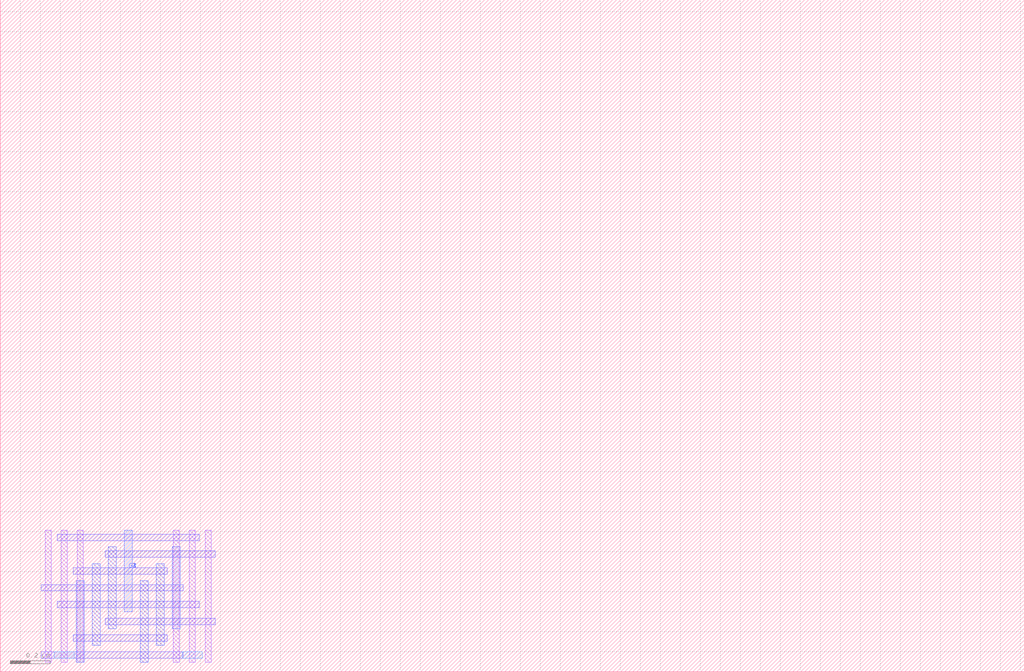
<source format=lef>
MACRO CMC_PMOS_S_n12_X1_Y1_Pin_1
  ORIGIN 0 0 ;
  FOREIGN CMC_PMOS_S_n12_X1_Y1 0 0 ;
  SIZE 1.2800 BY 0.8400 ;
  PIN G1
    DIRECTION INOUT ;
    USE SIGNAL ;
    PORT
      LAYER M3 ;
        RECT 0.6200 0.3000 0.6600 0.7080 ;
    END
  END G1
  OBS
    LAYER M3 ;
      RECT 0.3800 0.0480 0.4200 0.4560 ;
    LAYER M3 ;
      RECT 0.7000 0.0480 0.7400 0.4560 ;
    LAYER M3 ;
      RECT 0.4600 0.1320 0.5000 0.5400 ;
    LAYER M3 ;
      RECT 0.7800 0.1320 0.8200 0.5400 ;
    LAYER M3 ;
      RECT 0.5400 0.2160 0.5800 0.6240 ;
    LAYER M3 ;
      RECT 0.8600 0.2160 0.9000 0.6240 ;
    LAYER M1 ;
      RECT 0.3040 0.0480 0.3360 0.7080 ;
    LAYER M1 ;
      RECT 0.2240 0.0480 0.2560 0.7080 ;
    LAYER M1 ;
      RECT 0.3840 0.0480 0.4160 0.7080 ;
    LAYER M1 ;
      RECT 0.9440 0.0480 0.9760 0.7080 ;
    LAYER M1 ;
      RECT 0.8640 0.0480 0.8960 0.7080 ;
    LAYER M1 ;
      RECT 1.0240 0.0480 1.0560 0.7080 ;
    LAYER M2 ;
      RECT 0.2040 0.0680 0.9160 0.1000 ;
    LAYER M2 ;
      RECT 0.2040 0.4040 0.9160 0.4360 ;
    LAYER M2 ;
      RECT 0.3640 0.1520 0.8360 0.1840 ;
    LAYER M2 ;
      RECT 0.3640 0.4880 0.8360 0.5200 ;
    LAYER M2 ;
      RECT 0.5240 0.2360 1.0760 0.2680 ;
    LAYER M2 ;
      RECT 0.5240 0.5720 1.0760 0.6040 ;
    LAYER M2 ;
      RECT 0.2840 0.3200 0.9960 0.3520 ;
    LAYER M2 ;
      RECT 0.2840 0.6560 0.9960 0.6880 ;
    LAYER pc ;
      RECT 0.2710 0.0680 0.3690 0.1000 ;
    LAYER pc ;
      RECT 0.9110 0.0680 1.0090 0.1000 ;
  END
END CMC_PMOS_S_n12_X1_Y1_Pin_1
MACRO CMC_PMOS_S_n12_X1_Y1_Pin_2
  ORIGIN 0 0 ;
  FOREIGN CMC_PMOS_S_n12_X1_Y1 0 0 ;
  SIZE 2.5600 BY 1.6800 ;
  PIN G1
    DIRECTION INOUT ;
    USE SIGNAL ;
    PORT
      LAYER M3 ;
        RECT 0.6200 0.3000 0.6600 0.7080 ;
    END
  END G1
  PIN G2
    DIRECTION INOUT ;
    USE SIGNAL ;
    PORT
      LAYER M3 ;
        RECT 0.6200 0.3000 0.6600 0.7080 ;
    END
  END G2
  OBS
    LAYER M3 ;
      RECT 0.3800 0.0480 0.4200 0.4560 ;
    LAYER M3 ;
      RECT 0.7000 0.0480 0.7400 0.4560 ;
    LAYER M3 ;
      RECT 0.4600 0.1320 0.5000 0.5400 ;
    LAYER M3 ;
      RECT 0.7800 0.1320 0.8200 0.5400 ;
    LAYER M3 ;
      RECT 0.5400 0.2160 0.5800 0.6240 ;
    LAYER M3 ;
      RECT 0.8600 0.2160 0.9000 0.6240 ;
    LAYER M1 ;
      RECT 0.3040 0.0480 0.3360 0.7080 ;
    LAYER M1 ;
      RECT 0.2240 0.0480 0.2560 0.7080 ;
    LAYER M1 ;
      RECT 0.3840 0.0480 0.4160 0.7080 ;
    LAYER M1 ;
      RECT 0.9440 0.0480 0.9760 0.7080 ;
    LAYER M1 ;
      RECT 0.8640 0.0480 0.8960 0.7080 ;
    LAYER M1 ;
      RECT 1.0240 0.0480 1.0560 0.7080 ;
    LAYER M2 ;
      RECT 0.2040 0.0680 0.9160 0.1000 ;
    LAYER M2 ;
      RECT 0.2040 0.4040 0.9160 0.4360 ;
    LAYER M2 ;
      RECT 0.3640 0.1520 0.8360 0.1840 ;
    LAYER M2 ;
      RECT 0.3640 0.4880 0.8360 0.5200 ;
    LAYER M2 ;
      RECT 0.5240 0.2360 1.0760 0.2680 ;
    LAYER M2 ;
      RECT 0.5240 0.5720 1.0760 0.6040 ;
    LAYER M2 ;
      RECT 0.2840 0.3200 0.9960 0.3520 ;
    LAYER M2 ;
      RECT 0.2840 0.6560 0.9960 0.6880 ;
    LAYER pc ;
      RECT 0.2710 0.0680 0.3690 0.1000 ;
    LAYER pc ;
      RECT 0.9110 0.0680 1.0090 0.1000 ;
  END
END CMC_PMOS_S_n12_X1_Y1_Pin_2
MACRO CMC_PMOS_S_n12_X1_Y1_Pin_3
  ORIGIN 0 0 ;
  FOREIGN CMC_PMOS_S_n12_X1_Y1 0 0 ;
  SIZE 3.84 BY 2.5200 ;
  PIN G1
    DIRECTION INOUT ;
    USE SIGNAL ;
    PORT
      LAYER M3 ;
        RECT 0.6200 0.3000 0.6600 0.7080 ;
    END
  END G1
  PIN G2
    DIRECTION INOUT ;
    USE SIGNAL ;
    PORT
      LAYER M3 ;
        RECT 0.6200 0.3000 0.6600 0.7080 ;
    END
  END G2
  PIN G3
    DIRECTION INOUT ;
    USE SIGNAL ;
    PORT
      LAYER M3 ;
        RECT 0.6200 0.3000 0.6600 0.7080 ;
    END
  END G3
  OBS
    LAYER M3 ;
      RECT 0.3800 0.0480 0.4200 0.4560 ;
    LAYER M3 ;
      RECT 0.7000 0.0480 0.7400 0.4560 ;
    LAYER M3 ;
      RECT 0.4600 0.1320 0.5000 0.5400 ;
    LAYER M3 ;
      RECT 0.7800 0.1320 0.8200 0.5400 ;
    LAYER M3 ;
      RECT 0.5400 0.2160 0.5800 0.6240 ;
    LAYER M3 ;
      RECT 0.8600 0.2160 0.9000 0.6240 ;
    LAYER M1 ;
      RECT 0.3040 0.0480 0.3360 0.7080 ;
    LAYER M1 ;
      RECT 0.2240 0.0480 0.2560 0.7080 ;
    LAYER M1 ;
      RECT 0.3840 0.0480 0.4160 0.7080 ;
    LAYER M1 ;
      RECT 0.9440 0.0480 0.9760 0.7080 ;
    LAYER M1 ;
      RECT 0.8640 0.0480 0.8960 0.7080 ;
    LAYER M1 ;
      RECT 1.0240 0.0480 1.0560 0.7080 ;
    LAYER M2 ;
      RECT 0.2040 0.0680 0.9160 0.1000 ;
    LAYER M2 ;
      RECT 0.2040 0.4040 0.9160 0.4360 ;
    LAYER M2 ;
      RECT 0.3640 0.1520 0.8360 0.1840 ;
    LAYER M2 ;
      RECT 0.3640 0.4880 0.8360 0.5200 ;
    LAYER M2 ;
      RECT 0.5240 0.2360 1.0760 0.2680 ;
    LAYER M2 ;
      RECT 0.5240 0.5720 1.0760 0.6040 ;
    LAYER M2 ;
      RECT 0.2840 0.3200 0.9960 0.3520 ;
    LAYER M2 ;
      RECT 0.2840 0.6560 0.9960 0.6880 ;
    LAYER pc ;
      RECT 0.2710 0.0680 0.3690 0.1000 ;
    LAYER pc ;
      RECT 0.9110 0.0680 1.0090 0.1000 ;
  END
END CMC_PMOS_S_n12_X1_Y1_Pin_3
MACRO CMC_PMOS_S_n12_X1_Y1_Pin_4
  ORIGIN 0 0 ;
  FOREIGN CMC_PMOS_S_n12_X1_Y1 0 0 ;
  SIZE 5.1200 BY 3.3600 ;
  PIN G1
    DIRECTION INOUT ;
    USE SIGNAL ;
    PORT
      LAYER M3 ;
        RECT 0.6200 0.3000 0.6600 0.7080 ;
    END
  END G1
  PIN G2
    DIRECTION INOUT ;
    USE SIGNAL ;
    PORT
      LAYER M3 ;
        RECT 0.6200 0.3000 0.6600 0.7080 ;
    END
  END G2
  PIN G3
    DIRECTION INOUT ;
    USE SIGNAL ;
    PORT
      LAYER M3 ;
        RECT 0.6200 0.3000 0.6600 0.7080 ;
    END
  END G3
  PIN G4
    DIRECTION INOUT ;
    USE SIGNAL ;
    PORT
      LAYER M3 ;
        RECT 0.6200 0.3000 0.6600 0.7080 ;
    END
  END G4
  OBS
    LAYER M3 ;
      RECT 0.3800 0.0480 0.4200 0.4560 ;
    LAYER M3 ;
      RECT 0.7000 0.0480 0.7400 0.4560 ;
    LAYER M3 ;
      RECT 0.4600 0.1320 0.5000 0.5400 ;
    LAYER M3 ;
      RECT 0.7800 0.1320 0.8200 0.5400 ;
    LAYER M3 ;
      RECT 0.5400 0.2160 0.5800 0.6240 ;
    LAYER M3 ;
      RECT 0.8600 0.2160 0.9000 0.6240 ;
    LAYER M1 ;
      RECT 0.3040 0.0480 0.3360 0.7080 ;
    LAYER M1 ;
      RECT 0.2240 0.0480 0.2560 0.7080 ;
    LAYER M1 ;
      RECT 0.3840 0.0480 0.4160 0.7080 ;
    LAYER M1 ;
      RECT 0.9440 0.0480 0.9760 0.7080 ;
    LAYER M1 ;
      RECT 0.8640 0.0480 0.8960 0.7080 ;
    LAYER M1 ;
      RECT 1.0240 0.0480 1.0560 0.7080 ;
    LAYER M2 ;
      RECT 0.2040 0.0680 0.9160 0.1000 ;
    LAYER M2 ;
      RECT 0.2040 0.4040 0.9160 0.4360 ;
    LAYER M2 ;
      RECT 0.3640 0.1520 0.8360 0.1840 ;
    LAYER M2 ;
      RECT 0.3640 0.4880 0.8360 0.5200 ;
    LAYER M2 ;
      RECT 0.5240 0.2360 1.0760 0.2680 ;
    LAYER M2 ;
      RECT 0.5240 0.5720 1.0760 0.6040 ;
    LAYER M2 ;
      RECT 0.2840 0.3200 0.9960 0.3520 ;
    LAYER M2 ;
      RECT 0.2840 0.6560 0.9960 0.6880 ;
    LAYER pc ;
      RECT 0.2710 0.0680 0.3690 0.1000 ;
    LAYER pc ;
      RECT 0.9110 0.0680 1.0090 0.1000 ;
  END
END CMC_PMOS_S_n12_X1_Y1_Pin_4

</source>
